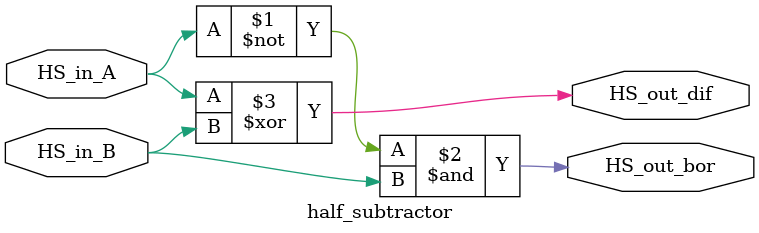
<source format=v>
module half_subtractor (
    HS_in_A,
    HS_in_B,
    HS_out_dif,
    HS_out_bor
);

  input HS_in_A;
  input HS_in_B;
  output HS_out_dif;
  output HS_out_bor;
  //reg HS_out_sum;
  //reg HS_out_carry;

  assign HS_out_bor = ~HS_in_A & HS_in_B;
  assign HS_out_dif = HS_in_A ^ HS_in_B;

endmodule

</source>
